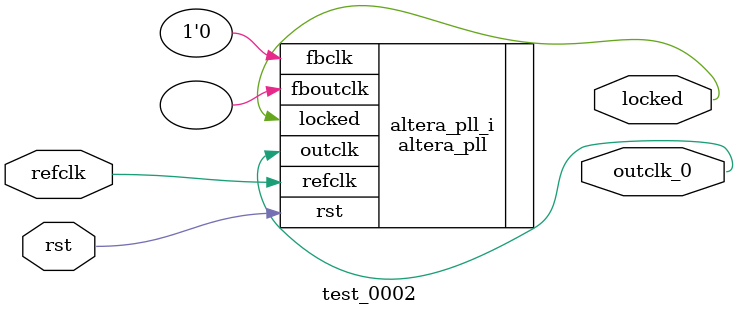
<source format=v>
`timescale 1ns/10ps
module  test_0002(

	// interface 'refclk'
	input wire refclk,

	// interface 'reset'
	input wire rst,

	// interface 'outclk0'
	output wire outclk_0,

	// interface 'locked'
	output wire locked
);

	altera_pll #(
		.fractional_vco_multiplier("false"),
		.reference_clock_frequency("50.0 MHz"),
		.operation_mode("direct"),
		.number_of_clocks(1),
		.output_clock_frequency0("100.000000 MHz"),
		.phase_shift0("0 ps"),
		.duty_cycle0(50),
		.output_clock_frequency1("0 MHz"),
		.phase_shift1("0 ps"),
		.duty_cycle1(50),
		.output_clock_frequency2("0 MHz"),
		.phase_shift2("0 ps"),
		.duty_cycle2(50),
		.output_clock_frequency3("0 MHz"),
		.phase_shift3("0 ps"),
		.duty_cycle3(50),
		.output_clock_frequency4("0 MHz"),
		.phase_shift4("0 ps"),
		.duty_cycle4(50),
		.output_clock_frequency5("0 MHz"),
		.phase_shift5("0 ps"),
		.duty_cycle5(50),
		.output_clock_frequency6("0 MHz"),
		.phase_shift6("0 ps"),
		.duty_cycle6(50),
		.output_clock_frequency7("0 MHz"),
		.phase_shift7("0 ps"),
		.duty_cycle7(50),
		.output_clock_frequency8("0 MHz"),
		.phase_shift8("0 ps"),
		.duty_cycle8(50),
		.output_clock_frequency9("0 MHz"),
		.phase_shift9("0 ps"),
		.duty_cycle9(50),
		.output_clock_frequency10("0 MHz"),
		.phase_shift10("0 ps"),
		.duty_cycle10(50),
		.output_clock_frequency11("0 MHz"),
		.phase_shift11("0 ps"),
		.duty_cycle11(50),
		.output_clock_frequency12("0 MHz"),
		.phase_shift12("0 ps"),
		.duty_cycle12(50),
		.output_clock_frequency13("0 MHz"),
		.phase_shift13("0 ps"),
		.duty_cycle13(50),
		.output_clock_frequency14("0 MHz"),
		.phase_shift14("0 ps"),
		.duty_cycle14(50),
		.output_clock_frequency15("0 MHz"),
		.phase_shift15("0 ps"),
		.duty_cycle15(50),
		.output_clock_frequency16("0 MHz"),
		.phase_shift16("0 ps"),
		.duty_cycle16(50),
		.output_clock_frequency17("0 MHz"),
		.phase_shift17("0 ps"),
		.duty_cycle17(50),
		.pll_type("General"),
		.pll_subtype("General")
	) altera_pll_i (
		.rst	(rst),
		.outclk	({outclk_0}),
		.locked	(locked),
		.fboutclk	( ),
		.fbclk	(1'b0),
		.refclk	(refclk)
	);
endmodule


</source>
